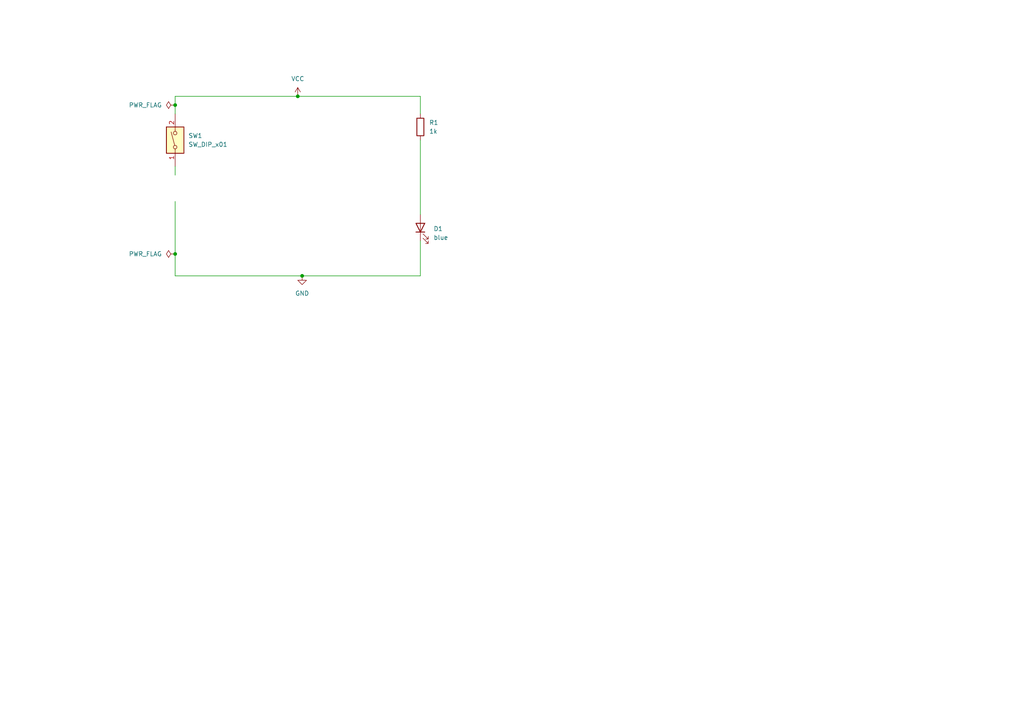
<source format=kicad_sch>
(kicad_sch (version 20230121) (generator eeschema)
  (paper "A4")
  (title_block (title "First Kicad Project") (date "2023-11-11") (company "RF engineering Lab - Johann Dikos"))
  (lib_symbols
    (symbol "Device:LED" (pin_numbers hide) (pin_names (offset 1.016) hide)
      (property "Reference" "D" (at 0 2.54 0))
      (property "Value" "LED" (at 0 -2.54 0))
      (symbol "LED_0_1"
        (polyline (pts (xy -1.27 -1.27) (xy -1.27 1.27)) (stroke (width 0.254)))
        (polyline (pts (xy -1.27 0) (xy 1.27 0)))
        (polyline (pts (xy 1.27 -1.27) (xy 1.27 1.27) (xy -1.27 0) (xy 1.27 -1.27)) (stroke (width 0.254)))
        (polyline (pts (xy -3.048 -0.762) (xy -4.572 -2.286) (xy -3.81 -2.286) (xy -4.572 -2.286) (xy -4.572 -1.524)))
        (polyline (pts (xy -1.778 -0.762) (xy -3.302 -2.286) (xy -2.54 -2.286) (xy -3.302 -2.286) (xy -3.302 -1.524)))
      )
      (symbol "LED_1_1"
        (pin passive line (at -3.81 0 0) (length 2.54) (name "K") (number "1"))
        (pin passive line (at 3.81 0 180) (length 2.54) (name "A") (number "2"))
      )
    )
    (symbol "Device:R" (pin_numbers hide) (pin_names (offset 0))
      (property "Reference" "R" (at 2.032 0 90))
      (property "Value" "R" (at 0 0 90))
      (symbol "R_0_1"
        (rectangle (start -1.016 -2.54) (end 1.016 2.54) (stroke (width 0.254)))
      )
      (symbol "R_1_1"
        (pin passive line (at 0 3.81 270) (length 1.27) (name "~") (number "1"))
        (pin passive line (at 0 -3.81 90) (length 1.27) (name "~") (number "2"))
      )
    )
    (symbol "Switch:SW_DIP_x01" (pin_names (offset 0) hide)
      (property "Reference" "SW" (at 0 3.81 0))
      (property "Value" "SW_DIP_x01" (at 0 -3.81 0))
      (symbol "SW_DIP_x01_0_0"
        (circle (center -2.032 0) (radius 0.508))
        (polyline (pts (xy -1.524 0.127) (xy 2.3622 1.1684)))
        (circle (center 2.032 0) (radius 0.508))
      )
      (symbol "SW_DIP_x01_0_1"
        (rectangle (start -3.81 2.54) (end 3.81 -2.54) (stroke (width 0.254)) (fill (type background)))
      )
      (symbol "SW_DIP_x01_1_1"
        (pin passive line (at -7.62 0 0) (length 5.08) (name "~") (number "1"))
        (pin passive line (at 7.62 0 180) (length 5.08) (name "~") (number "2"))
      )
    )
    (symbol "power:GND" (power) (pin_names (offset 0))
      (property "Value" "GND" (at 0 -3.81 0))
      (symbol "GND_0_1"
        (polyline (pts (xy 0 0) (xy 0 -1.27) (xy 1.27 -1.27) (xy 0 -2.54) (xy -1.27 -1.27) (xy 0 -1.27)))
      )
      (symbol "GND_1_1"
        (pin power_in line (at 0 0 270) (length 0) hide (name "GND") (number "1"))
      )
    )
    (symbol "power:PWR_FLAG" (power) (pin_numbers hide) (pin_names (offset 0) hide)
      (property "Value" "PWR_FLAG" (at 0 3.81 0))
      (symbol "PWR_FLAG_0_0"
        (pin power_out line (at 0 0 90) (length 0) (name "pwr") (number "1"))
      )
      (symbol "PWR_FLAG_0_1"
        (polyline (pts (xy 0 0) (xy 0 1.27) (xy -1.016 1.905) (xy 0 2.54) (xy 1.016 1.905) (xy 0 1.27)))
      )
    )
    (symbol "power:VCC" (power) (pin_names (offset 0))
      (property "Value" "VCC" (at 0 3.81 0))
      (symbol "VCC_0_1"
        (polyline (pts (xy -0.762 1.27) (xy 0 2.54)))
        (polyline (pts (xy 0 0) (xy 0 2.54)))
        (polyline (pts (xy 0 2.54) (xy 0.762 1.27)))
      )
      (symbol "VCC_1_1"
        (pin power_in line (at 0 0 90) (length 0) hide (name "VCC") (number "1"))
      )
    )
  )
  (junction (at 50.8 30.48))
  (junction (at 50.8 73.66))
  (junction (at 87.63 80.01))
  (junction (at 86.36 27.94))
  (wire (pts (xy 50.8 48.26) (xy 50.8 50.8)))
  (wire (pts (xy 50.8 80.01) (xy 87.63 80.01)))
  (wire (pts (xy 50.8 27.94) (xy 86.36 27.94)))
  (wire (pts (xy 50.8 30.48) (xy 50.8 33.02)))
  (wire (pts (xy 50.8 73.66) (xy 50.8 80.01)))
  (wire (pts (xy 121.92 27.94) (xy 121.92 33.02)))
  (wire (pts (xy 121.92 40.64) (xy 121.92 62.23)))
  (wire (pts (xy 86.36 27.94) (xy 121.92 27.94)))
  (wire (pts (xy 121.92 69.85) (xy 121.92 80.01)))
  (wire (pts (xy 50.8 30.48) (xy 50.8 27.94)))
  (wire (pts (xy 50.8 58.42) (xy 50.8 73.66)))
  (wire (pts (xy 87.63 80.01) (xy 121.92 80.01)))
  (symbol (lib_id "power:PWR_FLAG") (at 50.8 73.66 90) (unit 1)
    (property "Reference" "#FLG02" (effects hide))
    (property "Value" "PWR_FLAG" (at 46.99 73.66 90) (effects (justify left)))
  )
  (symbol (lib_id "power:GND") (at 87.63 80.01 0) (unit 1)
    (property "Reference" "#PWR02" (effects hide))
    (property "Value" "GND" (at 87.63 85.09 0))
  )
  (symbol (lib_id "power:PWR_FLAG") (at 50.8 30.48 90) (unit 1)
    (property "Reference" "#FLG01" (effects hide))
    (property "Value" "PWR_FLAG" (at 46.99 30.48 90) (effects (justify left)))
  )
  (symbol (lib_id "Device:R") (at 121.92 36.83 0) (unit 1)
    (property "Reference" "R1" (at 124.46 35.56 0) (effects (justify left)))
    (property "Value" "1k" (at 124.46 38.1 0) (effects (justify left)))
    (property "Footprint" "Resistor_THT:R_Axial_DIN0309_L9.0mm_D3.2mm_P12.70mm_Horizontal" (effects hide))
  )
  (symbol (lib_id "power:VCC") (at 86.36 27.94 0) (unit 1)
    (property "Reference" "#PWR01" (effects hide))
    (property "Value" "VCC" (at 86.36 22.86 0))
  )
  (symbol (lib_id "Switch:SW_DIP_x01") (at 50.8 40.64 90) (unit 1)
    (property "Reference" "SW1" (at 54.61 39.37 90) (effects (justify right)))
    (property "Value" "SW_DIP_x01" (at 54.61 41.91 90) (effects (justify right)))
    (property "Footprint" "Button_Switch_THT:SW_PUSH_6mm" (effects hide))
  )
  (symbol (lib_id "Device:LED") (at 121.92 66.04 90) (unit 1)
    (property "Reference" "D1" (at 125.73 66.3575 90) (effects (justify right)))
    (property "Value" "blue" (at 125.73 68.8975 90) (effects (justify right)))
    (property "Footprint" "LED_THT:LED_D5.0mm" (effects hide))
  )
)
</source>
